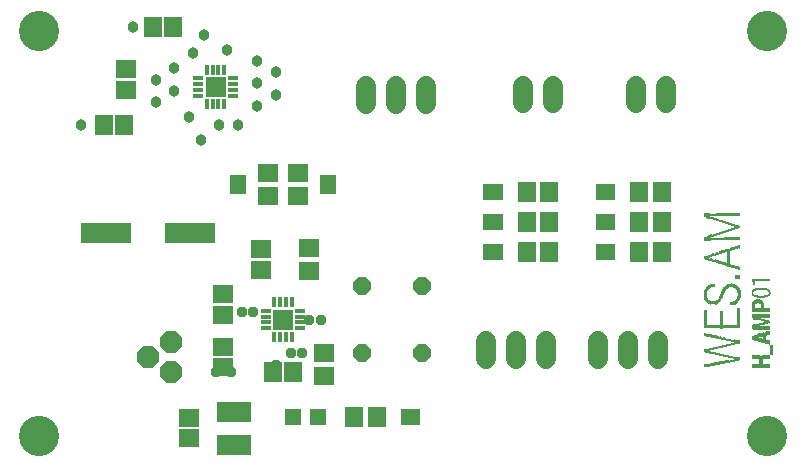
<source format=gts>
G75*
G70*
%OFA0B0*%
%FSLAX24Y24*%
%IPPOS*%
%LPD*%
%AMOC8*
5,1,8,0,0,1.08239X$1,22.5*
%
%ADD10R,0.0010X0.0320*%
%ADD11R,0.0010X0.0080*%
%ADD12R,0.0010X0.0120*%
%ADD13R,0.0010X0.0110*%
%ADD14R,0.0010X0.0040*%
%ADD15R,0.0010X0.0160*%
%ADD16R,0.0010X0.0090*%
%ADD17R,0.0010X0.0180*%
%ADD18R,0.0010X0.0100*%
%ADD19R,0.0010X0.0070*%
%ADD20R,0.0010X0.0060*%
%ADD21R,0.0010X0.0050*%
%ADD22R,0.0010X0.0130*%
%ADD23R,0.0010X0.0140*%
%ADD24R,0.0010X0.0380*%
%ADD25R,0.0010X0.0370*%
%ADD26R,0.0010X0.0360*%
%ADD27R,0.0010X0.0170*%
%ADD28R,0.0010X0.0350*%
%ADD29R,0.0010X0.0340*%
%ADD30R,0.0010X0.0330*%
%ADD31R,0.0010X0.0260*%
%ADD32R,0.0010X0.0290*%
%ADD33R,0.0010X0.0310*%
%ADD34R,0.0010X0.0420*%
%ADD35R,0.0010X0.0200*%
%ADD36R,0.0010X0.0190*%
%ADD37R,0.0010X0.0210*%
%ADD38R,0.0010X0.0150*%
%ADD39R,0.0010X0.0020*%
%ADD40R,0.0010X0.0240*%
%ADD41R,0.0010X0.0640*%
%ADD42R,0.0010X0.0300*%
%ADD43R,0.0010X0.0460*%
%ADD44R,0.0010X0.0480*%
%ADD45R,0.0010X0.0610*%
%ADD46R,0.0010X0.0600*%
%ADD47R,0.0010X0.0590*%
%ADD48R,0.0010X0.0580*%
%ADD49R,0.0010X0.0570*%
%ADD50R,0.0010X0.0220*%
%ADD51R,0.0010X0.0230*%
%ADD52R,0.0010X0.0630*%
%ADD53R,0.0010X0.0450*%
%ADD54R,0.0010X0.0400*%
%ADD55R,0.0010X0.0280*%
%ADD56C,0.0157*%
%ADD57R,0.0689X0.0689*%
%ADD58R,0.0276X0.0157*%
%ADD59R,0.0157X0.0276*%
%ADD60R,0.0671X0.0592*%
%ADD61R,0.0592X0.0671*%
%ADD62C,0.1340*%
%ADD63OC8,0.0600*%
%ADD64R,0.0580X0.0330*%
%ADD65OC8,0.0740*%
%ADD66R,0.1655X0.0710*%
%ADD67R,0.1143X0.0710*%
%ADD68C,0.0680*%
%ADD69C,0.0674*%
%ADD70R,0.0330X0.0580*%
%ADD71C,0.0380*%
%ADD72R,0.0552X0.0552*%
%ADD73OC8,0.0358*%
D10*
X026075Y004570D03*
X026085Y004570D03*
X026095Y004570D03*
X026105Y004570D03*
X026115Y004570D03*
X026125Y004570D03*
X026135Y004570D03*
X026145Y004570D03*
X026155Y004570D03*
D11*
X025695Y005400D03*
X025735Y005410D03*
X025765Y005420D03*
X025775Y005420D03*
X025805Y005430D03*
X025815Y005430D03*
X025835Y005440D03*
X025845Y005440D03*
X025855Y005440D03*
X025875Y005450D03*
X025885Y005450D03*
X025895Y005450D03*
X025885Y005550D03*
X025875Y005550D03*
X025845Y005560D03*
X025835Y005560D03*
X025805Y005570D03*
X025795Y005570D03*
X025765Y005580D03*
X025725Y005590D03*
X026055Y005500D03*
X026065Y005500D03*
X024885Y004860D03*
X024875Y004860D03*
X024865Y004860D03*
X024855Y004860D03*
X024825Y004870D03*
X024815Y004870D03*
X024765Y004880D03*
X024795Y004750D03*
X024805Y004750D03*
X024815Y004750D03*
X024845Y004760D03*
X024855Y004760D03*
X024865Y004760D03*
X024885Y004770D03*
X024765Y004740D03*
X024755Y004740D03*
X024715Y004730D03*
X024675Y004720D03*
X024665Y004720D03*
X024635Y004710D03*
X024625Y004710D03*
X024585Y004700D03*
X024545Y004690D03*
X024505Y004680D03*
X024495Y004680D03*
X024465Y004670D03*
X024455Y004670D03*
X024425Y004660D03*
X024415Y004660D03*
X024375Y004650D03*
X024335Y004640D03*
X024325Y004640D03*
X024295Y004630D03*
X024285Y004630D03*
X024255Y004620D03*
X024245Y004620D03*
X024205Y004610D03*
X024195Y004610D03*
X024165Y004600D03*
X024155Y004600D03*
X024125Y004590D03*
X024115Y004590D03*
X024105Y004590D03*
X024085Y004580D03*
X024075Y004580D03*
X024065Y004580D03*
X024055Y004580D03*
X024055Y004490D03*
X024085Y004480D03*
X024095Y004480D03*
X024135Y004470D03*
X024185Y004460D03*
X024225Y004450D03*
X024265Y004440D03*
X024305Y004430D03*
X024355Y004420D03*
X024395Y004410D03*
X024435Y004400D03*
X024475Y004390D03*
X024515Y004380D03*
X024525Y004380D03*
X024565Y004370D03*
X024605Y004360D03*
X024645Y004350D03*
X024685Y004340D03*
X024695Y004340D03*
X024735Y004330D03*
X024775Y004320D03*
X024785Y004320D03*
X024815Y004310D03*
X024825Y004310D03*
X024835Y004310D03*
X024855Y004300D03*
X024865Y004300D03*
X024875Y004300D03*
X024885Y004300D03*
X024855Y004200D03*
X024845Y004200D03*
X024795Y004190D03*
X025475Y006470D03*
X026075Y006470D03*
X024385Y008440D03*
X024355Y008430D03*
X024415Y008450D03*
X024445Y008460D03*
X024475Y008470D03*
X024505Y008480D03*
X024535Y008490D03*
X024565Y008500D03*
X024575Y008500D03*
X024595Y008510D03*
X024605Y008510D03*
X024625Y008520D03*
X024635Y008520D03*
X024655Y008530D03*
X024665Y008530D03*
X024685Y008540D03*
X024695Y008540D03*
X024715Y008550D03*
X024725Y008550D03*
X024745Y008560D03*
X024755Y008560D03*
X024765Y008560D03*
X024775Y008570D03*
X024785Y008570D03*
X024795Y008570D03*
X024805Y008580D03*
X024815Y008580D03*
X024825Y008580D03*
X024835Y008590D03*
X024845Y008590D03*
X024855Y008590D03*
X024865Y008600D03*
X024875Y008600D03*
X024885Y008600D03*
X024895Y008610D03*
X024905Y008610D03*
X024915Y008610D03*
X024915Y008700D03*
X024895Y008710D03*
X024885Y008710D03*
X024875Y008710D03*
X024865Y008720D03*
X024855Y008720D03*
X024845Y008720D03*
X024835Y008730D03*
X024825Y008730D03*
X024815Y008730D03*
X024805Y008740D03*
X024795Y008740D03*
X024785Y008740D03*
X024775Y008750D03*
X024765Y008750D03*
X024755Y008750D03*
X024745Y008760D03*
X024735Y008760D03*
X024725Y008760D03*
X024715Y008770D03*
X024705Y008770D03*
X024695Y008770D03*
X024675Y008780D03*
X024665Y008780D03*
X024645Y008790D03*
X024635Y008790D03*
X024615Y008800D03*
X024605Y008800D03*
X024585Y008810D03*
X024575Y008810D03*
X024555Y008820D03*
X024545Y008820D03*
X024525Y008830D03*
X024515Y008830D03*
X024495Y008840D03*
X024485Y008840D03*
X024455Y008850D03*
X024425Y008860D03*
X024395Y008870D03*
X024365Y008880D03*
X024335Y008890D03*
X024305Y008900D03*
X024275Y008910D03*
X025045Y008660D03*
D12*
X024985Y008660D03*
X023935Y007630D03*
X023925Y007630D03*
X024025Y006640D03*
X024005Y006620D03*
X023995Y006610D03*
X024605Y006640D03*
X024615Y006650D03*
X024625Y006660D03*
X024935Y006660D03*
X024945Y006650D03*
X024955Y006170D03*
X024945Y006160D03*
X024935Y006150D03*
X025605Y006170D03*
X025625Y006180D03*
X025635Y006180D03*
X025645Y006180D03*
X025655Y006180D03*
X025685Y006180D03*
X025695Y006180D03*
X025705Y006180D03*
X025715Y006180D03*
X025735Y006170D03*
X025735Y005900D03*
X025725Y005900D03*
X025715Y005900D03*
X025705Y005900D03*
X025695Y005900D03*
X025685Y005900D03*
X025675Y005900D03*
X025665Y005900D03*
X025655Y005900D03*
X025645Y005900D03*
X025635Y005900D03*
X025625Y005900D03*
X025615Y005900D03*
X025605Y005900D03*
X025595Y005900D03*
X025585Y005900D03*
X025575Y005900D03*
X025745Y005900D03*
X025755Y005900D03*
X025765Y005900D03*
X025865Y005900D03*
X025875Y005900D03*
X025885Y005900D03*
X025895Y005900D03*
X025905Y005900D03*
X025915Y005900D03*
X025925Y005900D03*
X025935Y005900D03*
X025945Y005900D03*
X025955Y005900D03*
X025965Y005900D03*
X025975Y005900D03*
X025985Y005900D03*
X025995Y005900D03*
X026005Y005900D03*
X026015Y005900D03*
X026025Y005900D03*
X026035Y005900D03*
X026045Y005900D03*
X026055Y005900D03*
X026065Y005900D03*
X026065Y005700D03*
X026055Y005700D03*
X026045Y005700D03*
X026035Y005700D03*
X026025Y005700D03*
X026015Y005700D03*
X026005Y005700D03*
X025995Y005700D03*
X025985Y005700D03*
X025975Y005700D03*
X025965Y005700D03*
X025955Y005700D03*
X025945Y005700D03*
X025935Y005700D03*
X025925Y005700D03*
X025915Y005700D03*
X025905Y005700D03*
X025895Y005700D03*
X025885Y005700D03*
X025875Y005700D03*
X025865Y005700D03*
X025855Y005700D03*
X025985Y005500D03*
X025995Y005500D03*
X026005Y005500D03*
X026005Y005300D03*
X025995Y005300D03*
X025985Y005300D03*
X025975Y005300D03*
X025965Y005300D03*
X025955Y005300D03*
X025945Y005300D03*
X025935Y005300D03*
X025925Y005300D03*
X025915Y005300D03*
X025905Y005300D03*
X025895Y005300D03*
X025885Y005300D03*
X025875Y005300D03*
X025865Y005300D03*
X025855Y005300D03*
X026015Y005300D03*
X026025Y005300D03*
X026035Y005300D03*
X026045Y005300D03*
X026055Y005300D03*
X026065Y005300D03*
X026065Y005140D03*
X026035Y005130D03*
X026025Y005130D03*
X025995Y005120D03*
X025955Y005110D03*
X025485Y004970D03*
X025975Y004830D03*
X026005Y004820D03*
X026015Y004820D03*
X026045Y004810D03*
X026055Y004810D03*
X026055Y004310D03*
X026045Y004310D03*
X026035Y004310D03*
X026025Y004310D03*
X026015Y004310D03*
X026005Y004310D03*
X025995Y004310D03*
X025985Y004310D03*
X025975Y004310D03*
X025965Y004310D03*
X025955Y004310D03*
X025945Y004310D03*
X025935Y004310D03*
X025925Y004310D03*
X025915Y004310D03*
X025905Y004310D03*
X025895Y004310D03*
X025885Y004310D03*
X025875Y004310D03*
X025865Y004310D03*
X025855Y004310D03*
X025845Y004310D03*
X025835Y004310D03*
X025825Y004310D03*
X025725Y004310D03*
X025715Y004310D03*
X025705Y004310D03*
X025695Y004310D03*
X025685Y004310D03*
X025675Y004310D03*
X025665Y004310D03*
X025655Y004310D03*
X025645Y004310D03*
X025635Y004310D03*
X025625Y004310D03*
X025615Y004310D03*
X025605Y004310D03*
X025595Y004310D03*
X025585Y004310D03*
X025575Y004310D03*
X025565Y004310D03*
X025555Y004310D03*
X025545Y004310D03*
X025535Y004310D03*
X025525Y004310D03*
X025515Y004310D03*
X025505Y004310D03*
X025495Y004310D03*
X025485Y004310D03*
X025485Y004010D03*
X025495Y004010D03*
X025505Y004010D03*
X025515Y004010D03*
X025525Y004010D03*
X025535Y004010D03*
X025545Y004010D03*
X025555Y004010D03*
X025565Y004010D03*
X025575Y004010D03*
X025585Y004010D03*
X025595Y004010D03*
X025605Y004010D03*
X025615Y004010D03*
X025625Y004010D03*
X025635Y004010D03*
X025645Y004010D03*
X025655Y004010D03*
X025665Y004010D03*
X025675Y004010D03*
X025685Y004010D03*
X025695Y004010D03*
X025705Y004010D03*
X025715Y004010D03*
X025725Y004010D03*
X025825Y004010D03*
X025835Y004010D03*
X025845Y004010D03*
X025855Y004010D03*
X025865Y004010D03*
X025875Y004010D03*
X025885Y004010D03*
X025895Y004010D03*
X025905Y004010D03*
X025915Y004010D03*
X025925Y004010D03*
X025935Y004010D03*
X025945Y004010D03*
X025955Y004010D03*
X025965Y004010D03*
X025975Y004010D03*
X025985Y004010D03*
X025995Y004010D03*
X026005Y004010D03*
X026015Y004010D03*
X026025Y004010D03*
X026035Y004010D03*
X026045Y004010D03*
X026055Y004010D03*
X026065Y004010D03*
X026065Y004310D03*
X025015Y004250D03*
X025005Y004250D03*
X024995Y004250D03*
X024985Y004250D03*
X025005Y004810D03*
X023955Y004530D03*
X023945Y004530D03*
X023935Y004530D03*
X024005Y006180D03*
X023995Y006190D03*
X024315Y006160D03*
X026065Y006470D03*
D13*
X025725Y006175D03*
X025675Y006185D03*
X025665Y006185D03*
X025615Y006175D03*
X024925Y006145D03*
X024915Y006135D03*
X024895Y006125D03*
X024925Y006665D03*
X024915Y006675D03*
X024895Y006685D03*
X024865Y006695D03*
X024675Y006685D03*
X024665Y006685D03*
X024655Y006675D03*
X024645Y006675D03*
X024635Y006665D03*
X024935Y006995D03*
X024945Y006995D03*
X024955Y006995D03*
X024965Y006995D03*
X024975Y006995D03*
X024985Y006995D03*
X024995Y006995D03*
X025005Y006995D03*
X025015Y006995D03*
X025025Y006995D03*
X025035Y006995D03*
X025045Y006995D03*
X025055Y006995D03*
X025065Y006995D03*
X025545Y006785D03*
X024305Y006155D03*
X024295Y006145D03*
X024285Y006145D03*
X024275Y006135D03*
X024265Y006135D03*
X024085Y006135D03*
X024065Y006145D03*
X024055Y006145D03*
X024045Y006155D03*
X024035Y006155D03*
X024025Y006165D03*
X024015Y006175D03*
X024015Y006635D03*
X024035Y006645D03*
X024045Y006655D03*
X024065Y006665D03*
X023915Y007625D03*
X025065Y007995D03*
X025005Y008655D03*
X024995Y008655D03*
X025695Y005705D03*
X025705Y005705D03*
X025715Y005705D03*
X025725Y005705D03*
X025735Y005705D03*
X025745Y005705D03*
X025755Y005705D03*
X025765Y005705D03*
X025775Y005705D03*
X025785Y005705D03*
X025795Y005705D03*
X025805Y005705D03*
X025815Y005705D03*
X025825Y005705D03*
X025835Y005705D03*
X025845Y005705D03*
X025845Y005295D03*
X025835Y005295D03*
X025825Y005295D03*
X025815Y005295D03*
X025805Y005295D03*
X025795Y005295D03*
X025785Y005295D03*
X025775Y005295D03*
X025765Y005295D03*
X025755Y005295D03*
X025745Y005295D03*
X025735Y005295D03*
X025725Y005295D03*
X025715Y005295D03*
X025705Y005295D03*
X025695Y005295D03*
X025815Y005075D03*
X025825Y005075D03*
X025835Y005075D03*
X025845Y005085D03*
X025805Y005065D03*
X025795Y005065D03*
X025785Y005065D03*
X025775Y005065D03*
X025765Y005055D03*
X025755Y005055D03*
X025745Y005055D03*
X025725Y005045D03*
X025715Y005045D03*
X025705Y005045D03*
X025685Y005035D03*
X025675Y005035D03*
X025665Y004915D03*
X025655Y004915D03*
X025685Y004905D03*
X025695Y004905D03*
X025705Y004905D03*
X025725Y004895D03*
X025735Y004895D03*
X025765Y004885D03*
X025775Y004885D03*
X025795Y004875D03*
X025805Y004875D03*
X025815Y004875D03*
X025835Y004865D03*
X025845Y004865D03*
X025945Y004835D03*
X025955Y004835D03*
X025965Y004835D03*
X025985Y004825D03*
X025995Y004825D03*
X026025Y004815D03*
X026035Y004815D03*
X026065Y004805D03*
X025985Y005115D03*
X025975Y005115D03*
X025965Y005115D03*
X025945Y005105D03*
X026005Y005125D03*
X026015Y005125D03*
X026045Y005135D03*
X026055Y005135D03*
X025045Y004815D03*
X025035Y004815D03*
X025025Y004815D03*
X025015Y004815D03*
X025025Y004245D03*
X023925Y004535D03*
D14*
X025605Y006350D03*
X025665Y006340D03*
X025675Y006340D03*
X025865Y006340D03*
X025875Y006340D03*
X025885Y006340D03*
X025945Y006350D03*
X025935Y006590D03*
X025625Y006590D03*
X025615Y006590D03*
X025585Y006580D03*
X025555Y006750D03*
X025555Y006880D03*
X025545Y006880D03*
X025565Y006880D03*
X025575Y006880D03*
X025585Y006880D03*
X025595Y006880D03*
X025605Y006880D03*
X025615Y006880D03*
X025625Y006880D03*
X025635Y006880D03*
X025645Y006880D03*
X025655Y006880D03*
X025665Y006880D03*
X025675Y006880D03*
X025685Y006880D03*
X025695Y006880D03*
X025705Y006880D03*
X025715Y006880D03*
X025725Y006880D03*
X025735Y006880D03*
X025745Y006880D03*
X025755Y006880D03*
X025765Y006880D03*
X025775Y006880D03*
X025785Y006880D03*
X025795Y006880D03*
X025805Y006880D03*
X025815Y006880D03*
X025825Y006880D03*
X025835Y006880D03*
X025845Y006880D03*
X025855Y006880D03*
X025865Y006880D03*
X025875Y006880D03*
X025885Y006880D03*
X025895Y006880D03*
X025905Y006880D03*
X025915Y006880D03*
X025925Y006880D03*
X025935Y006880D03*
X025945Y006880D03*
X025955Y006880D03*
X025965Y006880D03*
X025975Y006880D03*
X025985Y006880D03*
X025995Y006880D03*
X026005Y006880D03*
X026015Y006880D03*
X026025Y006880D03*
X026035Y006880D03*
X026045Y006880D03*
X026055Y006880D03*
X026065Y006880D03*
D15*
X026055Y006470D03*
X025495Y006470D03*
X024995Y006590D03*
X024555Y006580D03*
X024385Y006230D03*
X025495Y005680D03*
X025505Y005680D03*
X025515Y005680D03*
X025525Y005680D03*
X025915Y005500D03*
X025925Y005500D03*
X025935Y005500D03*
X025525Y005320D03*
X025515Y005320D03*
X025505Y005320D03*
X025495Y005320D03*
X025545Y004970D03*
X025555Y004970D03*
X024915Y004810D03*
X024905Y004810D03*
X024905Y004250D03*
X024895Y004250D03*
X024915Y004250D03*
X024925Y004250D03*
X024935Y004250D03*
X024035Y004530D03*
X024025Y004530D03*
X024015Y004530D03*
X024005Y007630D03*
X023995Y007630D03*
X023985Y007630D03*
X023985Y008280D03*
X023995Y008280D03*
X024005Y008280D03*
X024925Y008660D03*
X023985Y009040D03*
X023975Y009040D03*
X023965Y009040D03*
D16*
X024065Y009075D03*
X024075Y009075D03*
X024085Y009075D03*
X024095Y009075D03*
X024105Y009075D03*
X024115Y009075D03*
X024125Y009075D03*
X024135Y009075D03*
X024145Y009075D03*
X024155Y009075D03*
X024165Y009075D03*
X024175Y009075D03*
X024185Y009075D03*
X024195Y009075D03*
X024205Y009075D03*
X024215Y009075D03*
X024225Y009075D03*
X024235Y009075D03*
X024245Y009075D03*
X024255Y009075D03*
X024265Y009075D03*
X024275Y009075D03*
X024285Y009075D03*
X024295Y009075D03*
X024235Y008925D03*
X024225Y008925D03*
X024215Y008925D03*
X024205Y008935D03*
X024195Y008935D03*
X024185Y008935D03*
X024175Y008945D03*
X024165Y008945D03*
X024155Y008945D03*
X024145Y008955D03*
X024135Y008955D03*
X024125Y008955D03*
X024115Y008965D03*
X024105Y008965D03*
X024095Y008965D03*
X024085Y008975D03*
X024075Y008975D03*
X024065Y008975D03*
X024245Y008915D03*
X024255Y008915D03*
X024265Y008915D03*
X024285Y008905D03*
X024295Y008905D03*
X024315Y008895D03*
X024325Y008895D03*
X024345Y008885D03*
X024355Y008885D03*
X024375Y008875D03*
X024385Y008875D03*
X024405Y008865D03*
X024415Y008865D03*
X024435Y008855D03*
X024445Y008855D03*
X024465Y008845D03*
X024475Y008845D03*
X024505Y008835D03*
X024535Y008825D03*
X024565Y008815D03*
X024595Y008805D03*
X024625Y008795D03*
X024655Y008785D03*
X024685Y008775D03*
X024735Y008555D03*
X024705Y008545D03*
X024675Y008535D03*
X024645Y008525D03*
X024615Y008515D03*
X024585Y008505D03*
X024555Y008495D03*
X024545Y008495D03*
X024525Y008485D03*
X024515Y008485D03*
X024495Y008475D03*
X024485Y008475D03*
X024465Y008465D03*
X024455Y008465D03*
X024435Y008455D03*
X024425Y008455D03*
X024405Y008445D03*
X024395Y008445D03*
X024375Y008435D03*
X024365Y008435D03*
X024345Y008425D03*
X024335Y008425D03*
X024325Y008425D03*
X024315Y008415D03*
X024305Y008415D03*
X024295Y008415D03*
X024285Y008405D03*
X024275Y008405D03*
X024265Y008405D03*
X024255Y008395D03*
X024245Y008395D03*
X024235Y008395D03*
X024225Y008385D03*
X024215Y008385D03*
X024205Y008385D03*
X024195Y008375D03*
X024185Y008375D03*
X024175Y008375D03*
X024165Y008365D03*
X024155Y008365D03*
X024145Y008365D03*
X024125Y008355D03*
X024115Y008355D03*
X024095Y008345D03*
X024085Y008345D03*
X024085Y008245D03*
X024095Y008245D03*
X024105Y008245D03*
X024115Y008245D03*
X024125Y008245D03*
X024135Y008245D03*
X024145Y008245D03*
X024155Y008245D03*
X024165Y008245D03*
X024175Y008245D03*
X024185Y008245D03*
X024195Y008245D03*
X024205Y008245D03*
X024215Y008245D03*
X024225Y008245D03*
X024235Y008245D03*
X024245Y008245D03*
X024255Y008245D03*
X024265Y008245D03*
X024275Y008245D03*
X024285Y008245D03*
X024295Y008245D03*
X024305Y008245D03*
X024315Y008245D03*
X024325Y008245D03*
X024335Y008245D03*
X024345Y008245D03*
X024355Y008245D03*
X024365Y008245D03*
X024375Y008245D03*
X024385Y008245D03*
X024395Y008245D03*
X024405Y008245D03*
X024415Y008245D03*
X024425Y008245D03*
X024435Y008245D03*
X024445Y008245D03*
X024455Y008245D03*
X024465Y008245D03*
X024475Y008245D03*
X024485Y008245D03*
X024495Y008245D03*
X024505Y008245D03*
X024515Y008245D03*
X024525Y008245D03*
X024535Y008245D03*
X024545Y008245D03*
X024635Y007865D03*
X024615Y007855D03*
X024605Y007855D03*
X024585Y007845D03*
X024575Y007845D03*
X024555Y007835D03*
X024545Y007835D03*
X024525Y007825D03*
X024515Y007825D03*
X024505Y007825D03*
X024485Y007815D03*
X024475Y007815D03*
X024455Y007805D03*
X024445Y007805D03*
X024425Y007795D03*
X024415Y007795D03*
X024395Y007785D03*
X024385Y007785D03*
X024375Y007785D03*
X024365Y007775D03*
X024355Y007775D03*
X024345Y007775D03*
X024325Y007765D03*
X024315Y007765D03*
X024295Y007755D03*
X024285Y007755D03*
X024265Y007745D03*
X024255Y007745D03*
X024235Y007735D03*
X024225Y007735D03*
X024215Y007735D03*
X024205Y007725D03*
X024195Y007725D03*
X024185Y007725D03*
X024165Y007715D03*
X024155Y007715D03*
X024135Y007705D03*
X024125Y007705D03*
X024105Y007695D03*
X024095Y007695D03*
X024085Y007695D03*
X024075Y007685D03*
X024065Y007685D03*
X024055Y007685D03*
X024045Y007675D03*
X024045Y007575D03*
X024055Y007575D03*
X024065Y007575D03*
X024075Y007565D03*
X024085Y007565D03*
X024095Y007565D03*
X024115Y007555D03*
X024125Y007555D03*
X024145Y007545D03*
X024155Y007545D03*
X024175Y007535D03*
X024185Y007535D03*
X024195Y007535D03*
X024205Y007525D03*
X024215Y007525D03*
X024225Y007525D03*
X024235Y007515D03*
X024245Y007515D03*
X024255Y007515D03*
X024275Y007505D03*
X024285Y007505D03*
X024305Y007495D03*
X024315Y007495D03*
X024335Y007485D03*
X024345Y007485D03*
X024365Y007475D03*
X024375Y007475D03*
X024395Y007465D03*
X024405Y007465D03*
X024415Y007465D03*
X024435Y007455D03*
X024445Y007455D03*
X024465Y007445D03*
X024475Y007445D03*
X024495Y007435D03*
X024505Y007435D03*
X024525Y007425D03*
X024535Y007425D03*
X024555Y007415D03*
X024565Y007415D03*
X024595Y007405D03*
X024605Y007405D03*
X024625Y007395D03*
X024635Y007395D03*
X024725Y007365D03*
X024745Y007355D03*
X024755Y007355D03*
X024775Y007345D03*
X024785Y007345D03*
X024795Y007345D03*
X024815Y007335D03*
X024825Y007335D03*
X024845Y007325D03*
X024855Y007325D03*
X024885Y007315D03*
X024915Y007305D03*
X024985Y007285D03*
X024775Y007905D03*
X024765Y007905D03*
X024745Y007895D03*
X024735Y007895D03*
X024725Y007895D03*
X024795Y007915D03*
X024805Y007915D03*
X024835Y007925D03*
X024845Y007925D03*
X024865Y007935D03*
X024875Y007935D03*
X024905Y007945D03*
X024935Y007955D03*
X025005Y007975D03*
X025025Y008655D03*
X025035Y008655D03*
X023885Y007625D03*
X024115Y006685D03*
X024155Y006695D03*
X024165Y006695D03*
X024175Y006695D03*
X024225Y006695D03*
X024755Y006705D03*
X024765Y006705D03*
X024805Y006705D03*
X024805Y006095D03*
X024795Y006095D03*
X024785Y006095D03*
X024815Y006095D03*
X025695Y005595D03*
X025705Y005595D03*
X025715Y005595D03*
X025735Y005585D03*
X025745Y005585D03*
X025755Y005585D03*
X025775Y005575D03*
X025785Y005575D03*
X025815Y005565D03*
X025825Y005565D03*
X025855Y005555D03*
X025865Y005555D03*
X025895Y005545D03*
X025865Y005445D03*
X025825Y005435D03*
X025795Y005425D03*
X025785Y005425D03*
X025755Y005415D03*
X025745Y005415D03*
X025725Y005405D03*
X025715Y005405D03*
X025705Y005405D03*
X026045Y005495D03*
X025065Y004815D03*
X025055Y004815D03*
X024875Y004765D03*
X024835Y004755D03*
X024825Y004755D03*
X024785Y004745D03*
X024775Y004745D03*
X024745Y004735D03*
X024735Y004735D03*
X024725Y004735D03*
X024705Y004725D03*
X024695Y004725D03*
X024685Y004725D03*
X024655Y004715D03*
X024645Y004715D03*
X024615Y004705D03*
X024605Y004705D03*
X024595Y004705D03*
X024575Y004695D03*
X024565Y004695D03*
X024555Y004695D03*
X024535Y004685D03*
X024525Y004685D03*
X024515Y004685D03*
X024485Y004675D03*
X024475Y004675D03*
X024445Y004665D03*
X024435Y004665D03*
X024405Y004655D03*
X024395Y004655D03*
X024385Y004655D03*
X024365Y004645D03*
X024355Y004645D03*
X024345Y004645D03*
X024315Y004635D03*
X024305Y004635D03*
X024275Y004625D03*
X024265Y004625D03*
X024235Y004615D03*
X024225Y004615D03*
X024215Y004615D03*
X024185Y004605D03*
X024175Y004605D03*
X024145Y004595D03*
X024135Y004595D03*
X024095Y004585D03*
X024075Y004485D03*
X024065Y004485D03*
X024105Y004475D03*
X024115Y004475D03*
X024125Y004475D03*
X024145Y004465D03*
X024155Y004465D03*
X024165Y004465D03*
X024175Y004465D03*
X024195Y004455D03*
X024205Y004455D03*
X024215Y004455D03*
X024235Y004445D03*
X024245Y004445D03*
X024255Y004445D03*
X024275Y004435D03*
X024285Y004435D03*
X024295Y004435D03*
X024315Y004425D03*
X024325Y004425D03*
X024335Y004425D03*
X024345Y004425D03*
X024365Y004415D03*
X024375Y004415D03*
X024385Y004415D03*
X024405Y004405D03*
X024415Y004405D03*
X024425Y004405D03*
X024445Y004395D03*
X024455Y004395D03*
X024465Y004395D03*
X024485Y004385D03*
X024495Y004385D03*
X024505Y004385D03*
X024535Y004375D03*
X024545Y004375D03*
X024555Y004375D03*
X024575Y004365D03*
X024585Y004365D03*
X024595Y004365D03*
X024615Y004355D03*
X024625Y004355D03*
X024635Y004355D03*
X024655Y004345D03*
X024665Y004345D03*
X024675Y004345D03*
X024705Y004335D03*
X024715Y004335D03*
X024725Y004335D03*
X024745Y004325D03*
X024755Y004325D03*
X024765Y004325D03*
X024795Y004315D03*
X024805Y004315D03*
X024845Y004305D03*
X024865Y004205D03*
X024875Y004205D03*
X024885Y004205D03*
X024835Y004195D03*
X024825Y004195D03*
X024815Y004195D03*
X024805Y004195D03*
X024785Y004185D03*
X024775Y004185D03*
X024765Y004185D03*
X024755Y004185D03*
X024745Y004185D03*
X024735Y004175D03*
X024725Y004175D03*
X024715Y004175D03*
X024705Y004175D03*
X024675Y004165D03*
X024665Y004165D03*
X024655Y004165D03*
X024625Y004155D03*
X024615Y004155D03*
X024605Y004155D03*
X024575Y004145D03*
X024565Y004145D03*
X024555Y004145D03*
X024525Y004135D03*
X024515Y004135D03*
X024505Y004135D03*
X024475Y004125D03*
X024465Y004125D03*
X024455Y004125D03*
X024425Y004115D03*
X024415Y004115D03*
X024375Y004105D03*
X024365Y004105D03*
X024325Y004095D03*
X024315Y004095D03*
X024275Y004085D03*
X024265Y004085D03*
X024225Y004075D03*
X024215Y004075D03*
X024175Y004065D03*
X024125Y004055D03*
X024075Y004045D03*
X024025Y004035D03*
X023975Y004025D03*
X023885Y004535D03*
X023995Y005035D03*
X023945Y005045D03*
X023895Y005055D03*
X024045Y005025D03*
X024095Y005015D03*
X024135Y005005D03*
X024145Y005005D03*
X024185Y004995D03*
X024195Y004995D03*
X024235Y004985D03*
X024245Y004985D03*
X024285Y004975D03*
X024295Y004975D03*
X024335Y004965D03*
X024345Y004965D03*
X024375Y004955D03*
X024385Y004955D03*
X024395Y004955D03*
X024405Y004955D03*
X024425Y004945D03*
X024435Y004945D03*
X024445Y004945D03*
X024455Y004945D03*
X024475Y004935D03*
X024485Y004935D03*
X024495Y004935D03*
X024505Y004935D03*
X024525Y004925D03*
X024535Y004925D03*
X024545Y004925D03*
X024555Y004925D03*
X024575Y004915D03*
X024585Y004915D03*
X024595Y004915D03*
X024605Y004915D03*
X024615Y004905D03*
X024625Y004905D03*
X024635Y004905D03*
X024645Y004905D03*
X024655Y004905D03*
X024665Y004895D03*
X024675Y004895D03*
X024685Y004895D03*
X024695Y004895D03*
X024705Y004895D03*
X024715Y004885D03*
X024725Y004885D03*
X024735Y004885D03*
X024745Y004885D03*
X024755Y004885D03*
X024775Y004875D03*
X024785Y004875D03*
X024795Y004875D03*
X024805Y004875D03*
X024835Y004865D03*
X024845Y004865D03*
X025065Y004245D03*
D17*
X025585Y004970D03*
X025595Y004970D03*
X025595Y005330D03*
X025585Y005330D03*
X025575Y005330D03*
X025605Y005330D03*
X025605Y005670D03*
X025595Y005670D03*
X025585Y005670D03*
X025575Y005670D03*
X024405Y006260D03*
X024415Y006280D03*
X024545Y006560D03*
X023955Y006550D03*
X023955Y006260D03*
X025505Y006470D03*
X026045Y006470D03*
X024035Y007630D03*
X024025Y007630D03*
X024015Y007630D03*
X024045Y008290D03*
X024055Y008290D03*
X024065Y008290D03*
X024055Y009030D03*
X024045Y009030D03*
X024035Y009030D03*
X024025Y009030D03*
D18*
X024305Y009070D03*
X024315Y009070D03*
X024325Y009070D03*
X024335Y009070D03*
X024345Y009070D03*
X024355Y009070D03*
X024365Y009070D03*
X024375Y009070D03*
X024385Y009070D03*
X024395Y009070D03*
X024405Y009070D03*
X024415Y009070D03*
X024425Y009070D03*
X024435Y009070D03*
X024445Y009070D03*
X024455Y009070D03*
X024465Y009070D03*
X024475Y009070D03*
X024485Y009070D03*
X024495Y009070D03*
X024505Y009070D03*
X024515Y009070D03*
X024525Y009070D03*
X024535Y009070D03*
X024545Y009070D03*
X024555Y009070D03*
X024565Y009070D03*
X024575Y009070D03*
X024585Y009070D03*
X024595Y009070D03*
X024605Y009070D03*
X024615Y009070D03*
X024625Y009070D03*
X024635Y009070D03*
X024645Y009070D03*
X024655Y009070D03*
X024665Y009070D03*
X024675Y009070D03*
X024685Y009070D03*
X024695Y009070D03*
X024705Y009070D03*
X024715Y009070D03*
X024725Y009070D03*
X024735Y009070D03*
X024745Y009070D03*
X024755Y009070D03*
X024765Y009070D03*
X024775Y009070D03*
X024785Y009070D03*
X024795Y009070D03*
X024805Y009070D03*
X024815Y009070D03*
X024825Y009070D03*
X024835Y009070D03*
X024845Y009070D03*
X024855Y009070D03*
X024865Y009070D03*
X024875Y009070D03*
X024885Y009070D03*
X024895Y009070D03*
X024905Y009070D03*
X024915Y009070D03*
X024925Y009070D03*
X024935Y009070D03*
X024945Y009070D03*
X024955Y009070D03*
X024965Y009070D03*
X024975Y009070D03*
X024985Y009070D03*
X024995Y009070D03*
X025005Y009070D03*
X025015Y009070D03*
X025025Y009070D03*
X025035Y009070D03*
X025045Y009070D03*
X025055Y009070D03*
X025065Y009070D03*
X025015Y008660D03*
X025015Y008250D03*
X025005Y008250D03*
X024995Y008250D03*
X024985Y008250D03*
X024975Y008250D03*
X024965Y008250D03*
X024955Y008250D03*
X024945Y008250D03*
X024935Y008250D03*
X024925Y008250D03*
X024915Y008250D03*
X024905Y008250D03*
X024895Y008250D03*
X024885Y008250D03*
X024875Y008250D03*
X024865Y008250D03*
X024855Y008250D03*
X024845Y008250D03*
X024835Y008250D03*
X024825Y008250D03*
X024815Y008250D03*
X024805Y008250D03*
X024795Y008250D03*
X024785Y008250D03*
X024775Y008250D03*
X024765Y008250D03*
X024755Y008250D03*
X024745Y008250D03*
X024735Y008250D03*
X024725Y008250D03*
X024715Y008250D03*
X024705Y008250D03*
X024695Y008250D03*
X024685Y008250D03*
X024675Y008250D03*
X024665Y008250D03*
X024655Y008250D03*
X024645Y008250D03*
X024635Y008250D03*
X024625Y008250D03*
X024615Y008250D03*
X024605Y008250D03*
X024595Y008250D03*
X024585Y008250D03*
X024575Y008250D03*
X024565Y008250D03*
X024555Y008250D03*
X024135Y008360D03*
X024105Y008350D03*
X024405Y007790D03*
X024435Y007800D03*
X024465Y007810D03*
X024495Y007820D03*
X024535Y007830D03*
X024565Y007840D03*
X024595Y007850D03*
X024625Y007860D03*
X024755Y007900D03*
X024785Y007910D03*
X024815Y007920D03*
X024825Y007920D03*
X024855Y007930D03*
X024885Y007940D03*
X024895Y007940D03*
X024915Y007950D03*
X024925Y007950D03*
X024945Y007960D03*
X024955Y007960D03*
X024965Y007960D03*
X024975Y007970D03*
X024985Y007970D03*
X024995Y007970D03*
X025015Y007980D03*
X025025Y007980D03*
X025035Y007980D03*
X025045Y007990D03*
X025055Y007990D03*
X025055Y008250D03*
X025045Y008250D03*
X025035Y008250D03*
X025025Y008250D03*
X025065Y008250D03*
X024335Y007770D03*
X024305Y007760D03*
X024275Y007750D03*
X024245Y007740D03*
X024175Y007720D03*
X024145Y007710D03*
X024115Y007700D03*
X024105Y007560D03*
X024135Y007550D03*
X024165Y007540D03*
X024265Y007510D03*
X024295Y007500D03*
X024325Y007490D03*
X024355Y007480D03*
X024385Y007470D03*
X024425Y007460D03*
X024455Y007450D03*
X024485Y007440D03*
X024515Y007430D03*
X024545Y007420D03*
X024575Y007410D03*
X024585Y007410D03*
X024615Y007400D03*
X024735Y007360D03*
X024765Y007350D03*
X024805Y007340D03*
X024835Y007330D03*
X024865Y007320D03*
X024875Y007320D03*
X024895Y007310D03*
X024905Y007310D03*
X024925Y007300D03*
X024935Y007300D03*
X024945Y007300D03*
X024955Y007290D03*
X024965Y007290D03*
X024975Y007290D03*
X024995Y007280D03*
X025005Y007280D03*
X025015Y007280D03*
X025025Y007270D03*
X025035Y007270D03*
X025045Y007270D03*
X025055Y007260D03*
X025065Y007260D03*
X025505Y006850D03*
X024905Y006680D03*
X024885Y006690D03*
X024875Y006690D03*
X024855Y006700D03*
X024845Y006700D03*
X024835Y006700D03*
X024825Y006700D03*
X024815Y006700D03*
X024795Y006710D03*
X024785Y006710D03*
X024775Y006710D03*
X024745Y006700D03*
X024735Y006700D03*
X024725Y006700D03*
X024715Y006700D03*
X024705Y006700D03*
X024695Y006690D03*
X024685Y006690D03*
X024215Y006700D03*
X024205Y006700D03*
X024195Y006700D03*
X024185Y006700D03*
X024145Y006690D03*
X024135Y006690D03*
X024125Y006690D03*
X024105Y006680D03*
X024095Y006680D03*
X024085Y006670D03*
X024075Y006670D03*
X024055Y006660D03*
X024075Y006140D03*
X024095Y006130D03*
X024105Y006130D03*
X024115Y006130D03*
X024125Y006120D03*
X024135Y006120D03*
X024145Y006120D03*
X024155Y006120D03*
X024165Y006120D03*
X024175Y006120D03*
X024185Y006120D03*
X024195Y006120D03*
X024205Y006120D03*
X024215Y006120D03*
X024225Y006120D03*
X024235Y006130D03*
X024245Y006130D03*
X024255Y006130D03*
X024745Y006090D03*
X024755Y006090D03*
X024765Y006090D03*
X024775Y006090D03*
X024825Y006100D03*
X024835Y006100D03*
X024845Y006100D03*
X024855Y006110D03*
X024865Y006110D03*
X024875Y006110D03*
X024885Y006120D03*
X024905Y006130D03*
X026015Y005500D03*
X026025Y005500D03*
X026035Y005500D03*
X025735Y005050D03*
X025695Y005040D03*
X025665Y005030D03*
X025655Y005030D03*
X025675Y004910D03*
X025715Y004900D03*
X025745Y004890D03*
X025755Y004890D03*
X025785Y004880D03*
X025825Y004870D03*
X024985Y005340D03*
X024975Y005340D03*
X024965Y005340D03*
X024955Y005340D03*
X024945Y005340D03*
X024935Y005340D03*
X024925Y005340D03*
X024915Y005340D03*
X024905Y005340D03*
X024895Y005340D03*
X024885Y005340D03*
X024875Y005340D03*
X024865Y005340D03*
X024855Y005340D03*
X024845Y005340D03*
X024835Y005340D03*
X024825Y005340D03*
X024815Y005340D03*
X024805Y005340D03*
X024795Y005340D03*
X024785Y005340D03*
X024775Y005340D03*
X024765Y005340D03*
X024755Y005340D03*
X024745Y005340D03*
X024735Y005340D03*
X024725Y005340D03*
X024715Y005340D03*
X024705Y005340D03*
X024695Y005340D03*
X024685Y005340D03*
X024675Y005340D03*
X024665Y005340D03*
X024655Y005340D03*
X024645Y005340D03*
X024635Y005340D03*
X024625Y005340D03*
X024615Y005340D03*
X024605Y005340D03*
X024595Y005340D03*
X024585Y005340D03*
X024575Y005340D03*
X024565Y005340D03*
X024555Y005340D03*
X024545Y005340D03*
X024535Y005340D03*
X024525Y005340D03*
X024515Y005340D03*
X024505Y005340D03*
X024495Y005340D03*
X024405Y005340D03*
X024395Y005340D03*
X024385Y005340D03*
X024375Y005340D03*
X024365Y005340D03*
X024355Y005340D03*
X024345Y005340D03*
X024335Y005340D03*
X024325Y005340D03*
X024315Y005340D03*
X024305Y005340D03*
X024295Y005340D03*
X024285Y005340D03*
X024275Y005340D03*
X024265Y005340D03*
X024255Y005340D03*
X024245Y005340D03*
X024235Y005340D03*
X024225Y005340D03*
X024215Y005340D03*
X024205Y005340D03*
X024195Y005340D03*
X024185Y005340D03*
X024175Y005340D03*
X024165Y005340D03*
X024155Y005340D03*
X024145Y005340D03*
X024135Y005340D03*
X024125Y005340D03*
X024115Y005340D03*
X024105Y005340D03*
X024095Y005340D03*
X024085Y005340D03*
X024075Y005340D03*
X024065Y005340D03*
X024055Y005340D03*
X024045Y005340D03*
X024035Y005340D03*
X024025Y005340D03*
X024015Y005340D03*
X024005Y005340D03*
X023995Y005340D03*
X023985Y005340D03*
X023975Y005340D03*
X023965Y005340D03*
X023885Y005060D03*
X023905Y005050D03*
X023915Y005050D03*
X023925Y005050D03*
X023935Y005050D03*
X023955Y005040D03*
X023965Y005040D03*
X023975Y005040D03*
X023985Y005040D03*
X024005Y005030D03*
X024015Y005030D03*
X024025Y005030D03*
X024035Y005030D03*
X024055Y005020D03*
X024065Y005020D03*
X024075Y005020D03*
X024085Y005020D03*
X024105Y005010D03*
X024115Y005010D03*
X024125Y005010D03*
X024155Y005000D03*
X024165Y005000D03*
X024175Y005000D03*
X024205Y004990D03*
X024215Y004990D03*
X024225Y004990D03*
X024255Y004980D03*
X024265Y004980D03*
X024275Y004980D03*
X024305Y004970D03*
X024315Y004970D03*
X024325Y004970D03*
X024355Y004960D03*
X024365Y004960D03*
X024415Y004950D03*
X024465Y004940D03*
X024515Y004930D03*
X024565Y004920D03*
X023915Y004530D03*
X023905Y004530D03*
X023895Y004530D03*
X024135Y004060D03*
X024145Y004060D03*
X024155Y004060D03*
X024165Y004060D03*
X024185Y004070D03*
X024195Y004070D03*
X024205Y004070D03*
X024235Y004080D03*
X024245Y004080D03*
X024255Y004080D03*
X024285Y004090D03*
X024295Y004090D03*
X024305Y004090D03*
X024335Y004100D03*
X024345Y004100D03*
X024355Y004100D03*
X024385Y004110D03*
X024395Y004110D03*
X024405Y004110D03*
X024435Y004120D03*
X024445Y004120D03*
X024485Y004130D03*
X024495Y004130D03*
X024535Y004140D03*
X024545Y004140D03*
X024585Y004150D03*
X024595Y004150D03*
X024635Y004160D03*
X024645Y004160D03*
X024685Y004170D03*
X024695Y004170D03*
X025035Y004250D03*
X025045Y004250D03*
X025055Y004250D03*
X024115Y004050D03*
X024105Y004050D03*
X024095Y004050D03*
X024085Y004050D03*
X024065Y004040D03*
X024055Y004040D03*
X024045Y004040D03*
X024035Y004040D03*
X024015Y004030D03*
X024005Y004030D03*
X023995Y004030D03*
X023985Y004030D03*
X023965Y004020D03*
X023955Y004020D03*
X023945Y004020D03*
X023935Y004020D03*
X023925Y004010D03*
X023915Y004010D03*
X023905Y004010D03*
X023895Y004010D03*
X023885Y004010D03*
X023895Y007630D03*
X023905Y007630D03*
D19*
X024905Y008705D03*
X025055Y008655D03*
X025065Y008655D03*
X025515Y006535D03*
X025515Y006405D03*
X026035Y006405D03*
X026035Y006535D03*
D20*
X026025Y006550D03*
X026025Y006390D03*
X026015Y006380D03*
X025535Y006380D03*
X025525Y006390D03*
X025525Y006550D03*
X025495Y006870D03*
D21*
X025635Y006595D03*
X025645Y006595D03*
X025655Y006595D03*
X025665Y006595D03*
X025675Y006595D03*
X025685Y006595D03*
X025695Y006595D03*
X025705Y006595D03*
X025715Y006595D03*
X025725Y006595D03*
X025735Y006595D03*
X025745Y006595D03*
X025755Y006595D03*
X025765Y006595D03*
X025775Y006595D03*
X025785Y006595D03*
X025795Y006595D03*
X025805Y006595D03*
X025815Y006595D03*
X025825Y006595D03*
X025835Y006595D03*
X025845Y006595D03*
X025855Y006595D03*
X025865Y006595D03*
X025875Y006595D03*
X025885Y006595D03*
X025895Y006595D03*
X025905Y006595D03*
X025915Y006595D03*
X025925Y006595D03*
X025945Y006585D03*
X025955Y006585D03*
X025965Y006585D03*
X025975Y006575D03*
X025985Y006575D03*
X025995Y006565D03*
X026005Y006565D03*
X026015Y006555D03*
X026005Y006375D03*
X025995Y006365D03*
X025985Y006365D03*
X025975Y006355D03*
X025965Y006355D03*
X025955Y006355D03*
X025935Y006345D03*
X025925Y006345D03*
X025915Y006345D03*
X025905Y006345D03*
X025895Y006345D03*
X025855Y006335D03*
X025845Y006335D03*
X025835Y006335D03*
X025825Y006335D03*
X025815Y006335D03*
X025805Y006335D03*
X025795Y006335D03*
X025785Y006335D03*
X025775Y006335D03*
X025765Y006335D03*
X025755Y006335D03*
X025745Y006335D03*
X025735Y006335D03*
X025725Y006335D03*
X025715Y006335D03*
X025705Y006335D03*
X025695Y006335D03*
X025685Y006335D03*
X025655Y006345D03*
X025645Y006345D03*
X025635Y006345D03*
X025625Y006345D03*
X025615Y006345D03*
X025595Y006355D03*
X025585Y006355D03*
X025575Y006355D03*
X025565Y006365D03*
X025555Y006365D03*
X025545Y006375D03*
X025535Y006555D03*
X025545Y006565D03*
X025555Y006565D03*
X025565Y006575D03*
X025575Y006575D03*
X025595Y006585D03*
X025605Y006585D03*
D22*
X025485Y006465D03*
X025595Y006165D03*
X025585Y006155D03*
X025745Y006165D03*
X025755Y006155D03*
X024965Y006635D03*
X024955Y006645D03*
X024345Y006185D03*
X024335Y006175D03*
X024325Y006165D03*
X023985Y006205D03*
X023875Y006405D03*
X023985Y006605D03*
X023945Y007625D03*
X023905Y008265D03*
X023895Y008265D03*
X023885Y008265D03*
X024965Y008655D03*
X024975Y008655D03*
X023895Y009055D03*
X023885Y009055D03*
X025975Y005495D03*
X025505Y004975D03*
X025495Y004975D03*
X024995Y004815D03*
X024985Y004815D03*
X024975Y004815D03*
X024965Y004815D03*
X023965Y004535D03*
D23*
X023975Y004530D03*
X023985Y004530D03*
X023995Y004530D03*
X024945Y004250D03*
X024955Y004250D03*
X024965Y004250D03*
X024975Y004250D03*
X024955Y004810D03*
X025515Y004970D03*
X025945Y005500D03*
X025955Y005500D03*
X025965Y005500D03*
X025765Y006150D03*
X025575Y006150D03*
X025085Y006410D03*
X024975Y006190D03*
X024965Y006180D03*
X024365Y006200D03*
X024355Y006190D03*
X023975Y006220D03*
X023975Y006590D03*
X024585Y006620D03*
X024595Y006630D03*
X024975Y006620D03*
X025515Y006830D03*
X023965Y007630D03*
X023955Y007630D03*
X023945Y008270D03*
X023935Y008270D03*
X023925Y008270D03*
X023915Y008270D03*
X024955Y008660D03*
X023925Y009050D03*
X023915Y009050D03*
X023905Y009050D03*
D24*
X025045Y006410D03*
X025935Y004970D03*
D25*
X025925Y004975D03*
X025785Y006025D03*
X025775Y006025D03*
X025565Y006025D03*
X025555Y006025D03*
D26*
X025545Y006020D03*
X025795Y006020D03*
X025905Y004970D03*
X025915Y004970D03*
X023915Y006400D03*
D27*
X024395Y006245D03*
X024995Y006225D03*
X025535Y005675D03*
X025545Y005675D03*
X025555Y005675D03*
X025565Y005675D03*
X025905Y005495D03*
X025565Y005325D03*
X025555Y005325D03*
X025545Y005325D03*
X025535Y005325D03*
X025565Y004975D03*
X025575Y004975D03*
X024895Y004815D03*
X024045Y004535D03*
X025525Y006815D03*
X025535Y006815D03*
X024035Y008285D03*
X024025Y008285D03*
X024015Y008285D03*
X024015Y009035D03*
X024005Y009035D03*
X023995Y009035D03*
D28*
X025535Y006015D03*
X025805Y006015D03*
X025885Y004975D03*
X025895Y004975D03*
D29*
X025875Y004970D03*
X025865Y004970D03*
X025815Y006010D03*
X025525Y006010D03*
X025055Y006410D03*
D30*
X025515Y006005D03*
X025825Y006005D03*
X025855Y004975D03*
X023905Y006405D03*
D31*
X025485Y005970D03*
X025855Y005970D03*
D32*
X025845Y005985D03*
X025495Y005985D03*
D33*
X025505Y005995D03*
X025835Y005995D03*
D34*
X025035Y006410D03*
X023935Y006400D03*
X025735Y004160D03*
X025745Y004160D03*
X025755Y004160D03*
X025765Y004160D03*
X025775Y004160D03*
X025785Y004160D03*
X025795Y004160D03*
X025805Y004160D03*
X025815Y004160D03*
D35*
X025625Y004970D03*
X025615Y004970D03*
X025665Y005340D03*
X025675Y005340D03*
X025685Y005340D03*
X025685Y005660D03*
X025675Y005660D03*
X025665Y005660D03*
X025655Y005660D03*
X024425Y006300D03*
X024525Y006520D03*
D36*
X024535Y006545D03*
X025005Y006565D03*
X025005Y006255D03*
X025615Y005665D03*
X025625Y005665D03*
X025635Y005665D03*
X025645Y005665D03*
X025645Y005335D03*
X025635Y005335D03*
X025625Y005335D03*
X025615Y005335D03*
X025655Y005335D03*
X025605Y004975D03*
X024075Y008295D03*
D37*
X025635Y004975D03*
X025645Y004975D03*
D38*
X025535Y004975D03*
X025525Y004975D03*
X025485Y005315D03*
X025485Y005685D03*
X024985Y006205D03*
X024375Y006215D03*
X023965Y006235D03*
X023965Y006575D03*
X024565Y006595D03*
X024575Y006605D03*
X024985Y006605D03*
X023975Y007625D03*
X023975Y008275D03*
X023965Y008275D03*
X023955Y008275D03*
X024935Y008655D03*
X024945Y008655D03*
X023955Y009045D03*
X023945Y009045D03*
X023935Y009045D03*
X024925Y004815D03*
X024935Y004815D03*
X024945Y004815D03*
X024005Y004535D03*
D39*
X025485Y006890D03*
D40*
X025075Y006410D03*
X024495Y006450D03*
X024485Y006430D03*
X024475Y006410D03*
X024465Y006390D03*
D41*
X024995Y005610D03*
X025005Y005610D03*
X025015Y005610D03*
X025025Y005610D03*
X025035Y005610D03*
X025045Y005610D03*
X025055Y005610D03*
X025065Y005610D03*
D42*
X025065Y006410D03*
D43*
X025025Y006410D03*
D44*
X025015Y006410D03*
D45*
X024715Y007625D03*
X024705Y007625D03*
D46*
X024695Y007630D03*
D47*
X024685Y007625D03*
X024675Y007625D03*
D48*
X024665Y007630D03*
X024655Y007630D03*
D49*
X024645Y007625D03*
X024485Y005575D03*
X024475Y005575D03*
X024465Y005575D03*
X024455Y005575D03*
X024445Y005575D03*
X024435Y005575D03*
X024425Y005575D03*
X024415Y005575D03*
D50*
X024435Y006320D03*
X024515Y006500D03*
D51*
X024505Y006475D03*
X024455Y006365D03*
X024445Y006345D03*
X023885Y006405D03*
D52*
X023885Y005605D03*
X023895Y005605D03*
X023905Y005605D03*
X023915Y005605D03*
X023925Y005605D03*
X023935Y005605D03*
X023945Y005605D03*
X023955Y005605D03*
D53*
X023945Y006405D03*
D54*
X023925Y006400D03*
D55*
X023895Y006400D03*
D56*
X010297Y005870D03*
X010297Y005673D03*
X010297Y005477D03*
X010297Y005280D03*
X010120Y005103D03*
X009923Y005103D03*
X009727Y005103D03*
X009530Y005103D03*
X009353Y005280D03*
X009353Y005477D03*
X009353Y005673D03*
X009353Y005870D03*
X009530Y006047D03*
X009727Y006047D03*
X009923Y006047D03*
X010120Y006047D03*
X007870Y012853D03*
X007673Y012853D03*
X007477Y012853D03*
X007280Y012853D03*
X007103Y013030D03*
X007103Y013227D03*
X007103Y013423D03*
X007103Y013620D03*
X007280Y013797D03*
X007477Y013797D03*
X007673Y013797D03*
X007870Y013797D03*
X008047Y013620D03*
X008047Y013423D03*
X008047Y013227D03*
X008047Y013030D03*
D57*
X007575Y013325D03*
X009825Y005575D03*
D58*
X009215Y005477D03*
X009215Y005673D03*
X009215Y005870D03*
X009215Y005280D03*
X010435Y005280D03*
X010435Y005477D03*
X010435Y005673D03*
X010435Y005870D03*
X008185Y013030D03*
X008185Y013227D03*
X008185Y013423D03*
X008185Y013620D03*
X006965Y013620D03*
X006965Y013423D03*
X006965Y013227D03*
X006965Y013030D03*
D59*
X007280Y012715D03*
X007477Y012715D03*
X007673Y012715D03*
X007870Y012715D03*
X007870Y013935D03*
X007673Y013935D03*
X007477Y013935D03*
X007280Y013935D03*
X009530Y006185D03*
X009727Y006185D03*
X009923Y006185D03*
X010120Y006185D03*
X010120Y004965D03*
X009923Y004965D03*
X009727Y004965D03*
X009530Y004965D03*
D60*
X007825Y004660D03*
X007825Y003990D03*
X007825Y005740D03*
X007825Y006410D03*
X009075Y007240D03*
X009075Y007910D03*
X010700Y007949D03*
X010700Y007201D03*
X010325Y009701D03*
X010325Y010449D03*
X009325Y010449D03*
X009325Y009701D03*
X004575Y013240D03*
X004575Y013910D03*
X011200Y004449D03*
X011200Y003701D03*
X006700Y002285D03*
X006700Y001615D03*
D61*
X009490Y003825D03*
X010160Y003825D03*
X012201Y002325D03*
X012949Y002325D03*
X017951Y007825D03*
X018699Y007825D03*
X018699Y008825D03*
X017951Y008825D03*
X017951Y009825D03*
X018699Y009825D03*
X021701Y009825D03*
X022449Y009825D03*
X022449Y008825D03*
X021701Y008825D03*
X021701Y007825D03*
X022449Y007825D03*
X006160Y015325D03*
X005490Y015325D03*
X004535Y012075D03*
X003865Y012075D03*
D62*
X001700Y001700D03*
X001700Y015200D03*
X025950Y015200D03*
X025950Y001700D03*
D63*
X014450Y004450D03*
X012450Y004450D03*
X012450Y006700D03*
X014450Y006700D03*
D64*
X011325Y009913D03*
X011325Y010237D03*
X008325Y010237D03*
X008325Y009913D03*
D65*
X006075Y004825D03*
X005325Y004325D03*
X006075Y003825D03*
D66*
X006723Y008450D03*
X003927Y008450D03*
D67*
X008200Y002501D03*
X008200Y001399D03*
D68*
X016575Y004275D02*
X016575Y004875D01*
X017575Y004875D02*
X017575Y004275D01*
X018575Y004275D02*
X018575Y004875D01*
X020325Y004875D02*
X020325Y004275D01*
X021325Y004275D02*
X021325Y004875D01*
X022325Y004875D02*
X022325Y004275D01*
X014575Y012775D02*
X014575Y013375D01*
X013575Y013375D02*
X013575Y012775D01*
X012575Y012775D02*
X012575Y013375D01*
D69*
X017825Y013372D02*
X017825Y012778D01*
X018825Y012778D02*
X018825Y013372D01*
X021575Y013372D02*
X021575Y012778D01*
X022575Y012778D02*
X022575Y013372D01*
D70*
X020737Y009825D03*
X020413Y009825D03*
X020413Y008825D03*
X020737Y008825D03*
X020737Y007825D03*
X020413Y007825D03*
X016987Y007825D03*
X016663Y007825D03*
X016663Y008825D03*
X016987Y008825D03*
X016987Y009825D03*
X016663Y009825D03*
X014237Y002325D03*
X013913Y002325D03*
D71*
X007075Y011575D03*
X007700Y012075D03*
X008325Y012075D03*
X008950Y012700D03*
X009575Y013075D03*
X008950Y013450D03*
X009575Y013825D03*
X008950Y014200D03*
X007950Y014575D03*
X007200Y015075D03*
X006825Y014450D03*
X006200Y013950D03*
X005575Y013575D03*
X006200Y013200D03*
X005575Y012825D03*
X006700Y012325D03*
X003075Y012075D03*
X004825Y015325D03*
D72*
X010162Y002325D03*
X010988Y002325D03*
D73*
X008075Y003825D03*
X007575Y003825D03*
X009575Y004075D03*
X010075Y004450D03*
X010450Y004450D03*
X010700Y005575D03*
X011075Y005575D03*
X008825Y005825D03*
X008450Y005825D03*
M02*

</source>
